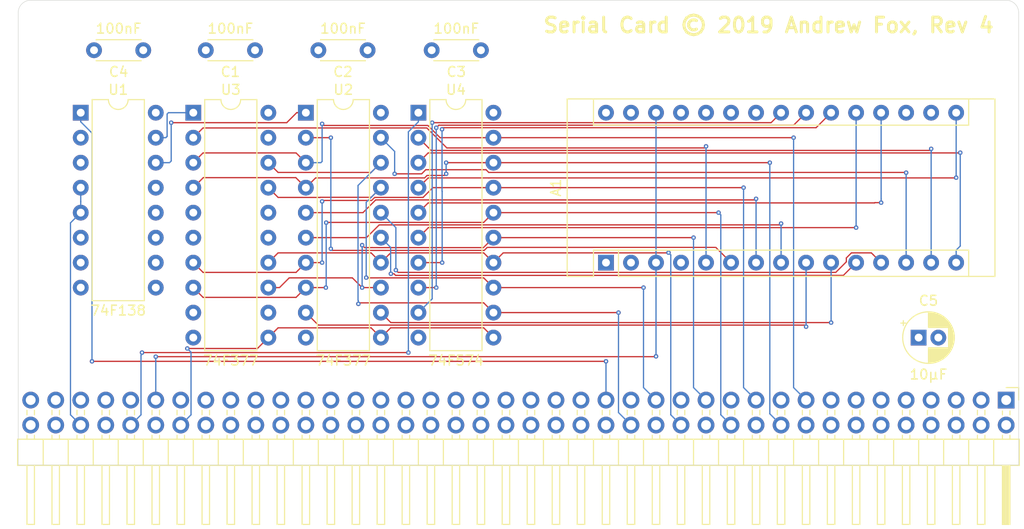
<source format=kicad_pcb>
(kicad_pcb (version 20171130) (host pcbnew "(5.1.0-0)")
  (title_block (title "Serial Card"))
  (layers (0 F.Cu signal) (1 In1.Cu power hide) (2 In2.Cu power hide) (31 B.Cu signal) (34 B.Paste user) (35 F.Paste user) (36 B.SilkS user) (37 F.SilkS user) (38 B.Mask user) (39 F.Mask user) (44 Edge.Cuts user))
  (net 0 "")
  (net 1 VCC)
  (net 2 GND)
  (net 3 "Net-(A1-Pad16)")
  (net 4 "Net-(A1-Pad15)")
  (net 5 "Net-(A1-Pad14)")
  (net 6 "Net-(A1-Pad13)")
  (net 7 "Net-(A1-Pad12)")
  (net 8 "Net-(A1-Pad11)")
  (net 9 "Net-(A1-Pad10)")
  (net 10 "Net-(A1-Pad9)")
  (net 11 "Net-(A1-Pad8)")
  (net 12 "Net-(A1-Pad23)")
  (net 13 "Net-(A1-Pad7)")
  (net 14 "Net-(A1-Pad22)")
  (net 15 "Net-(A1-Pad6)")
  (net 16 "Net-(A1-Pad21)")
  (net 17 "Net-(A1-Pad5)")
  (net 18 "Net-(A1-Pad20)")
  (net 19 "Net-(A1-Pad19)")
  (net 20 "Net-(U1-Pad15)")
  (net 21 "Net-(U1-Pad14)")
  (net 22 ~RST)
  (net 23 DataBus1)
  (net 24 ~PI)
  (net 25 ~PO)
  (net 26 AddressBus0)
  (net 27 DataBus6)
  (net 28 DataBus4)
  (net 29 DataBus2)
  (net 30 DataBus0)
  (net 31 RegisterClock)
  (net 32 DataBus7)
  (net 33 DataBus5)
  (net 34 DataBus3)
  (module Connector_PinHeader_2.54mm:PinHeader_2x40_P2.54mm_Horizontal (layer F.Cu) (at 163.83 130.81 270)
    (fp_text reference J1 hide)
    (fp_text value Conn)
    (pad 80 thru_hole oval (at 2.54 99.06 270) (size 1.7 1.7) (drill 1) (layers *.Cu *.Mask) (net 1 VCC))
    (pad 79 thru_hole oval (at 0 99.06 270) (size 1.7 1.7) (drill 1) (layers *.Cu *.Mask) (net 2 GND))
    (pad 78 thru_hole oval (at 2.54 96.52 270) (size 1.7 1.7) (drill 1) (layers *.Cu *.Mask) (net 2 GND))
    (pad 77 thru_hole oval (at 0 96.52 270) (size 1.7 1.7) (drill 1) (layers *.Cu *.Mask) (net 1 VCC))
    (pad 76 thru_hole oval (at 2.54 93.98 270) (size 1.7 1.7) (drill 1) (layers *.Cu *.Mask) (net 24 ~PI))
    (pad 75 thru_hole oval (at 0 93.98 270) (size 1.7 1.7) (drill 1) (layers *.Cu *.Mask) (net 2 GND))
    (pad 74 thru_hole oval (at 2.54 91.44 270) (size 1.7 1.7) (drill 1) (layers *.Cu *.Mask) (net 2 GND))
    (pad 73 thru_hole oval (at 0 91.44 270) (size 1.7 1.7) (drill 1) (layers *.Cu *.Mask) (net 1 VCC))
    (pad 72 thru_hole oval (at 2.54 88.9 270) (size 1.7 1.7) (drill 1) (layers *.Cu *.Mask) (net 25 ~PO))
    (pad 71 thru_hole oval (at 0 88.9 270) (size 1.7 1.7) (drill 1) (layers *.Cu *.Mask) (net 2 GND))
    (pad 70 thru_hole oval (at 2.54 86.36 270) (size 1.7 1.7) (drill 1) (layers *.Cu *.Mask) (net 2 GND))
    (pad 69 thru_hole oval (at 0 86.36 270) (size 1.7 1.7) (drill 1) (layers *.Cu *.Mask) (net 22 ~RST))
    (pad 68 thru_hole oval (at 2.54 83.82 270) (size 1.7 1.7) (drill 1) (layers *.Cu *.Mask) (net 31 RegisterClock))
    (pad 67 thru_hole oval (at 0 83.82 270) (size 1.7 1.7) (drill 1) (layers *.Cu *.Mask) (net 2 GND))
    (pad 66 thru_hole oval (at 2.54 81.28 270) (size 1.7 1.7) (drill 1) (layers *.Cu *.Mask) (net 2 GND))
    (pad 65 thru_hole oval (at 0 81.28 270) (size 1.7 1.7) (drill 1) (layers *.Cu *.Mask))
    (pad 64 thru_hole oval (at 2.54 78.74 270) (size 1.7 1.7) (drill 1) (layers *.Cu *.Mask))
    (pad 63 thru_hole oval (at 0 78.74 270) (size 1.7 1.7) (drill 1) (layers *.Cu *.Mask) (net 2 GND))
    (pad 62 thru_hole oval (at 2.54 76.2 270) (size 1.7 1.7) (drill 1) (layers *.Cu *.Mask) (net 2 GND))
    (pad 61 thru_hole oval (at 0 76.2 270) (size 1.7 1.7) (drill 1) (layers *.Cu *.Mask))
    (pad 60 thru_hole oval (at 2.54 73.66 270) (size 1.7 1.7) (drill 1) (layers *.Cu *.Mask))
    (pad 59 thru_hole oval (at 0 73.66 270) (size 1.7 1.7) (drill 1) (layers *.Cu *.Mask) (net 2 GND))
    (pad 58 thru_hole oval (at 2.54 71.12 270) (size 1.7 1.7) (drill 1) (layers *.Cu *.Mask) (net 2 GND))
    (pad 57 thru_hole oval (at 0 71.12 270) (size 1.7 1.7) (drill 1) (layers *.Cu *.Mask))
    (pad 56 thru_hole oval (at 2.54 68.58 270) (size 1.7 1.7) (drill 1) (layers *.Cu *.Mask))
    (pad 55 thru_hole oval (at 0 68.58 270) (size 1.7 1.7) (drill 1) (layers *.Cu *.Mask) (net 2 GND))
    (pad 54 thru_hole oval (at 2.54 66.04 270) (size 1.7 1.7) (drill 1) (layers *.Cu *.Mask) (net 2 GND))
    (pad 53 thru_hole oval (at 0 66.04 270) (size 1.7 1.7) (drill 1) (layers *.Cu *.Mask))
    (pad 52 thru_hole oval (at 2.54 63.5 270) (size 1.7 1.7) (drill 1) (layers *.Cu *.Mask))
    (pad 51 thru_hole oval (at 0 63.5 270) (size 1.7 1.7) (drill 1) (layers *.Cu *.Mask) (net 2 GND))
    (pad 50 thru_hole oval (at 2.54 60.96 270) (size 1.7 1.7) (drill 1) (layers *.Cu *.Mask) (net 2 GND))
    (pad 49 thru_hole oval (at 0 60.96 270) (size 1.7 1.7) (drill 1) (layers *.Cu *.Mask))
    (pad 48 thru_hole oval (at 2.54 58.42 270) (size 1.7 1.7) (drill 1) (layers *.Cu *.Mask))
    (pad 47 thru_hole oval (at 0 58.42 270) (size 1.7 1.7) (drill 1) (layers *.Cu *.Mask) (net 2 GND))
    (pad 46 thru_hole oval (at 2.54 55.88 270) (size 1.7 1.7) (drill 1) (layers *.Cu *.Mask) (net 2 GND))
    (pad 45 thru_hole oval (at 0 55.88 270) (size 1.7 1.7) (drill 1) (layers *.Cu *.Mask))
    (pad 44 thru_hole oval (at 2.54 53.34 270) (size 1.7 1.7) (drill 1) (layers *.Cu *.Mask))
    (pad 43 thru_hole oval (at 0 53.34 270) (size 1.7 1.7) (drill 1) (layers *.Cu *.Mask) (net 2 GND))
    (pad 42 thru_hole oval (at 2.54 50.8 270) (size 1.7 1.7) (drill 1) (layers *.Cu *.Mask) (net 2 GND))
    (pad 41 thru_hole oval (at 0 50.8 270) (size 1.7 1.7) (drill 1) (layers *.Cu *.Mask))
    (pad 40 thru_hole oval (at 2.54 48.26 270) (size 1.7 1.7) (drill 1) (layers *.Cu *.Mask))
    (pad 39 thru_hole oval (at 0 48.26 270) (size 1.7 1.7) (drill 1) (layers *.Cu *.Mask) (net 2 GND))
    (pad 38 thru_hole oval (at 2.54 45.72 270) (size 1.7 1.7) (drill 1) (layers *.Cu *.Mask) (net 2 GND))
    (pad 37 thru_hole oval (at 0 45.72 270) (size 1.7 1.7) (drill 1) (layers *.Cu *.Mask))
    (pad 36 thru_hole oval (at 2.54 43.18 270) (size 1.7 1.7) (drill 1) (layers *.Cu *.Mask))
    (pad 35 thru_hole oval (at 0 43.18 270) (size 1.7 1.7) (drill 1) (layers *.Cu *.Mask) (net 2 GND))
    (pad 34 thru_hole oval (at 2.54 40.64 270) (size 1.7 1.7) (drill 1) (layers *.Cu *.Mask) (net 2 GND))
    (pad 33 thru_hole oval (at 0 40.64 270) (size 1.7 1.7) (drill 1) (layers *.Cu *.Mask) (net 26 AddressBus0))
    (pad 32 thru_hole oval (at 2.54 38.1 270) (size 1.7 1.7) (drill 1) (layers *.Cu *.Mask) (net 32 DataBus7))
    (pad 31 thru_hole oval (at 0 38.1 270) (size 1.7 1.7) (drill 1) (layers *.Cu *.Mask) (net 2 GND))
    (pad 30 thru_hole oval (at 2.54 35.56 270) (size 1.7 1.7) (drill 1) (layers *.Cu *.Mask) (net 2 GND))
    (pad 29 thru_hole oval (at 0 35.56 270) (size 1.7 1.7) (drill 1) (layers *.Cu *.Mask) (net 27 DataBus6))
    (pad 28 thru_hole oval (at 2.54 33.02 270) (size 1.7 1.7) (drill 1) (layers *.Cu *.Mask) (net 33 DataBus5))
    (pad 27 thru_hole oval (at 0 33.02 270) (size 1.7 1.7) (drill 1) (layers *.Cu *.Mask) (net 2 GND))
    (pad 26 thru_hole oval (at 2.54 30.48 270) (size 1.7 1.7) (drill 1) (layers *.Cu *.Mask) (net 2 GND))
    (pad 25 thru_hole oval (at 0 30.48 270) (size 1.7 1.7) (drill 1) (layers *.Cu *.Mask) (net 28 DataBus4))
    (pad 24 thru_hole oval (at 2.54 27.94 270) (size 1.7 1.7) (drill 1) (layers *.Cu *.Mask) (net 34 DataBus3))
    (pad 23 thru_hole oval (at 0 27.94 270) (size 1.7 1.7) (drill 1) (layers *.Cu *.Mask) (net 2 GND))
    (pad 22 thru_hole oval (at 2.54 25.4 270) (size 1.7 1.7) (drill 1) (layers *.Cu *.Mask) (net 2 GND))
    (pad 21 thru_hole oval (at 0 25.4 270) (size 1.7 1.7) (drill 1) (layers *.Cu *.Mask) (net 29 DataBus2))
    (pad 20 thru_hole oval (at 2.54 22.86 270) (size 1.7 1.7) (drill 1) (layers *.Cu *.Mask) (net 23 DataBus1))
    (pad 19 thru_hole oval (at 0 22.86 270) (size 1.7 1.7) (drill 1) (layers *.Cu *.Mask) (net 2 GND))
    (pad 18 thru_hole oval (at 2.54 20.32 270) (size 1.7 1.7) (drill 1) (layers *.Cu *.Mask) (net 2 GND))
    (pad 17 thru_hole oval (at 0 20.32 270) (size 1.7 1.7) (drill 1) (layers *.Cu *.Mask) (net 30 DataBus0))
    (pad 16 thru_hole oval (at 2.54 17.78 270) (size 1.7 1.7) (drill 1) (layers *.Cu *.Mask) (net 1 VCC))
    (pad 15 thru_hole oval (at 0 17.78 270) (size 1.7 1.7) (drill 1) (layers *.Cu *.Mask) (net 2 GND))
    (pad 14 thru_hole oval (at 2.54 15.24 270) (size 1.7 1.7) (drill 1) (layers *.Cu *.Mask) (net 2 GND))
    (pad 13 thru_hole oval (at 0 15.24 270) (size 1.7 1.7) (drill 1) (layers *.Cu *.Mask) (net 1 VCC))
    (pad 12 thru_hole oval (at 2.54 12.7 270) (size 1.7 1.7) (drill 1) (layers *.Cu *.Mask) (net 1 VCC))
    (pad 11 thru_hole oval (at 0 12.7 270) (size 1.7 1.7) (drill 1) (layers *.Cu *.Mask) (net 2 GND))
    (pad 10 thru_hole oval (at 2.54 10.16 270) (size 1.7 1.7) (drill 1) (layers *.Cu *.Mask) (net 2 GND))
    (pad 9 thru_hole oval (at 0 10.16 270) (size 1.7 1.7) (drill 1) (layers *.Cu *.Mask) (net 1 VCC))
    (pad 8 thru_hole oval (at 2.54 7.62 270) (size 1.7 1.7) (drill 1) (layers *.Cu *.Mask) (net 1 VCC))
    (pad 7 thru_hole oval (at 0 7.62 270) (size 1.7 1.7) (drill 1) (layers *.Cu *.Mask) (net 2 GND))
    (pad 6 thru_hole oval (at 2.54 5.08 270) (size 1.7 1.7) (drill 1) (layers *.Cu *.Mask) (net 2 GND))
    (pad 5 thru_hole oval (at 0 5.08 270) (size 1.7 1.7) (drill 1) (layers *.Cu *.Mask) (net 1 VCC))
    (pad 4 thru_hole oval (at 2.54 2.54 270) (size 1.7 1.7) (drill 1) (layers *.Cu *.Mask) (net 1 VCC))
    (pad 3 thru_hole oval (at 0 2.54 270) (size 1.7 1.7) (drill 1) (layers *.Cu *.Mask) (net 2 GND))
    (pad 2 thru_hole oval (at 2.54 0 270) (size 1.7 1.7) (drill 1) (layers *.Cu *.Mask) (net 2 GND))
    (pad 1 thru_hole rect (at 0 0 270) (size 1.7 1.7) (drill 1) (layers *.Cu *.Mask) (net 1 VCC))
  )
  (module Package_DIP:DIP-20_W7.62mm (layer F.Cu) (at 104.14 101.6)
    (fp_text reference U4 (at 3.81 -2.33) (layer F.SilkS))
    (fp_text value 74F574 (at 3.81 25.19) (layer F.SilkS))
    (pad 20 thru_hole oval (at 7.62 0) (size 1.6 1.6) (drill 0.8) (layers *.Cu *.Mask) (net 1 VCC))
    (pad 10 thru_hole oval (at 0 22.86) (size 1.6 1.6) (drill 0.8) (layers *.Cu *.Mask) (net 2 GND))
    (pad 19 thru_hole oval (at 7.62 2.54) (size 1.6 1.6) (drill 0.8) (layers *.Cu *.Mask) (net 30 DataBus0))
    (pad 9 thru_hole oval (at 0 20.32) (size 1.6 1.6) (drill 0.8) (layers *.Cu *.Mask) (net 12 "Net-(A1-Pad23)"))
    (pad 18 thru_hole oval (at 7.62 5.08) (size 1.6 1.6) (drill 0.8) (layers *.Cu *.Mask) (net 23 DataBus1))
    (pad 8 thru_hole oval (at 0 17.78) (size 1.6 1.6) (drill 0.8) (layers *.Cu *.Mask) (net 14 "Net-(A1-Pad22)"))
    (pad 17 thru_hole oval (at 7.62 7.62) (size 1.6 1.6) (drill 0.8) (layers *.Cu *.Mask) (net 29 DataBus2))
    (pad 7 thru_hole oval (at 0 15.24) (size 1.6 1.6) (drill 0.8) (layers *.Cu *.Mask) (net 16 "Net-(A1-Pad21)"))
    (pad 16 thru_hole oval (at 7.62 10.16) (size 1.6 1.6) (drill 0.8) (layers *.Cu *.Mask) (net 34 DataBus3))
    (pad 6 thru_hole oval (at 0 12.7) (size 1.6 1.6) (drill 0.8) (layers *.Cu *.Mask) (net 18 "Net-(A1-Pad20)"))
    (pad 15 thru_hole oval (at 7.62 12.7) (size 1.6 1.6) (drill 0.8) (layers *.Cu *.Mask) (net 28 DataBus4))
    (pad 5 thru_hole oval (at 0 10.16) (size 1.6 1.6) (drill 0.8) (layers *.Cu *.Mask) (net 19 "Net-(A1-Pad19)"))
    (pad 14 thru_hole oval (at 7.62 15.24) (size 1.6 1.6) (drill 0.8) (layers *.Cu *.Mask) (net 33 DataBus5))
    (pad 4 thru_hole oval (at 0 7.62) (size 1.6 1.6) (drill 0.8) (layers *.Cu *.Mask) (net 3 "Net-(A1-Pad16)"))
    (pad 13 thru_hole oval (at 7.62 17.78) (size 1.6 1.6) (drill 0.8) (layers *.Cu *.Mask) (net 27 DataBus6))
    (pad 3 thru_hole oval (at 0 5.08) (size 1.6 1.6) (drill 0.8) (layers *.Cu *.Mask) (net 4 "Net-(A1-Pad15)"))
    (pad 12 thru_hole oval (at 7.62 20.32) (size 1.6 1.6) (drill 0.8) (layers *.Cu *.Mask) (net 32 DataBus7))
    (pad 2 thru_hole oval (at 0 2.54) (size 1.6 1.6) (drill 0.8) (layers *.Cu *.Mask) (net 5 "Net-(A1-Pad14)"))
    (pad 11 thru_hole oval (at 7.62 22.86) (size 1.6 1.6) (drill 0.8) (layers *.Cu *.Mask) (net 31 RegisterClock))
    (pad 1 thru_hole rect (at 0 0) (size 1.6 1.6) (drill 0.8) (layers *.Cu *.Mask) (net 25 ~PO))
  )
  (module Package_DIP:DIP-20_W7.62mm (layer F.Cu) (at 81.28 101.6)
    (fp_text reference U3 (at 3.81 -2.33) (layer F.SilkS))
    (fp_text value 74F377 (at 3.81 25.19) (layer F.SilkS))
    (pad 20 thru_hole oval (at 7.62 0) (size 1.6 1.6) (drill 0.8) (layers *.Cu *.Mask) (net 1 VCC))
    (pad 10 thru_hole oval (at 0 22.86) (size 1.6 1.6) (drill 0.8) (layers *.Cu *.Mask) (net 2 GND))
    (pad 19 thru_hole oval (at 7.62 2.54) (size 1.6 1.6) (drill 0.8) (layers *.Cu *.Mask))
    (pad 9 thru_hole oval (at 0 20.32) (size 1.6 1.6) (drill 0.8) (layers *.Cu *.Mask))
    (pad 18 thru_hole oval (at 7.62 5.08) (size 1.6 1.6) (drill 0.8) (layers *.Cu *.Mask) (net 32 DataBus7))
    (pad 8 thru_hole oval (at 0 17.78) (size 1.6 1.6) (drill 0.8) (layers *.Cu *.Mask) (net 34 DataBus3))
    (pad 17 thru_hole oval (at 7.62 7.62) (size 1.6 1.6) (drill 0.8) (layers *.Cu *.Mask) (net 27 DataBus6))
    (pad 7 thru_hole oval (at 0 15.24) (size 1.6 1.6) (drill 0.8) (layers *.Cu *.Mask) (net 29 DataBus2))
    (pad 16 thru_hole oval (at 7.62 10.16) (size 1.6 1.6) (drill 0.8) (layers *.Cu *.Mask))
    (pad 6 thru_hole oval (at 0 12.7) (size 1.6 1.6) (drill 0.8) (layers *.Cu *.Mask))
    (pad 15 thru_hole oval (at 7.62 12.7) (size 1.6 1.6) (drill 0.8) (layers *.Cu *.Mask))
    (pad 5 thru_hole oval (at 0 10.16) (size 1.6 1.6) (drill 0.8) (layers *.Cu *.Mask))
    (pad 14 thru_hole oval (at 7.62 15.24) (size 1.6 1.6) (drill 0.8) (layers *.Cu *.Mask) (net 33 DataBus5))
    (pad 4 thru_hole oval (at 0 7.62) (size 1.6 1.6) (drill 0.8) (layers *.Cu *.Mask) (net 23 DataBus1))
    (pad 13 thru_hole oval (at 7.62 17.78) (size 1.6 1.6) (drill 0.8) (layers *.Cu *.Mask) (net 28 DataBus4))
    (pad 3 thru_hole oval (at 0 5.08) (size 1.6 1.6) (drill 0.8) (layers *.Cu *.Mask) (net 30 DataBus0))
    (pad 12 thru_hole oval (at 7.62 20.32) (size 1.6 1.6) (drill 0.8) (layers *.Cu *.Mask))
    (pad 2 thru_hole oval (at 0 2.54) (size 1.6 1.6) (drill 0.8) (layers *.Cu *.Mask) (net 17 "Net-(A1-Pad5)"))
    (pad 11 thru_hole oval (at 7.62 22.86) (size 1.6 1.6) (drill 0.8) (layers *.Cu *.Mask) (net 31 RegisterClock))
    (pad 1 thru_hole rect (at 0 0) (size 1.6 1.6) (drill 0.8) (layers *.Cu *.Mask) (net 20 "Net-(U1-Pad15)"))
  )
  (module Package_DIP:DIP-20_W7.62mm (layer F.Cu) (at 92.71 101.6)
    (fp_text reference U2 (at 3.81 -2.33) (layer F.SilkS))
    (fp_text value 74F377 (at 3.81 25.19) (layer F.SilkS))
    (pad 20 thru_hole oval (at 7.62 0) (size 1.6 1.6) (drill 0.8) (layers *.Cu *.Mask) (net 1 VCC))
    (pad 10 thru_hole oval (at 0 22.86) (size 1.6 1.6) (drill 0.8) (layers *.Cu *.Mask) (net 2 GND))
    (pad 19 thru_hole oval (at 7.62 2.54) (size 1.6 1.6) (drill 0.8) (layers *.Cu *.Mask) (net 6 "Net-(A1-Pad13)"))
    (pad 9 thru_hole oval (at 0 20.32) (size 1.6 1.6) (drill 0.8) (layers *.Cu *.Mask) (net 10 "Net-(A1-Pad9)"))
    (pad 18 thru_hole oval (at 7.62 5.08) (size 1.6 1.6) (drill 0.8) (layers *.Cu *.Mask) (net 32 DataBus7))
    (pad 8 thru_hole oval (at 0 17.78) (size 1.6 1.6) (drill 0.8) (layers *.Cu *.Mask) (net 34 DataBus3))
    (pad 17 thru_hole oval (at 7.62 7.62) (size 1.6 1.6) (drill 0.8) (layers *.Cu *.Mask) (net 27 DataBus6))
    (pad 7 thru_hole oval (at 0 15.24) (size 1.6 1.6) (drill 0.8) (layers *.Cu *.Mask) (net 29 DataBus2))
    (pad 16 thru_hole oval (at 7.62 10.16) (size 1.6 1.6) (drill 0.8) (layers *.Cu *.Mask) (net 7 "Net-(A1-Pad12)"))
    (pad 6 thru_hole oval (at 0 12.7) (size 1.6 1.6) (drill 0.8) (layers *.Cu *.Mask) (net 11 "Net-(A1-Pad8)"))
    (pad 15 thru_hole oval (at 7.62 12.7) (size 1.6 1.6) (drill 0.8) (layers *.Cu *.Mask) (net 8 "Net-(A1-Pad11)"))
    (pad 5 thru_hole oval (at 0 10.16) (size 1.6 1.6) (drill 0.8) (layers *.Cu *.Mask) (net 13 "Net-(A1-Pad7)"))
    (pad 14 thru_hole oval (at 7.62 15.24) (size 1.6 1.6) (drill 0.8) (layers *.Cu *.Mask) (net 33 DataBus5))
    (pad 4 thru_hole oval (at 0 7.62) (size 1.6 1.6) (drill 0.8) (layers *.Cu *.Mask) (net 23 DataBus1))
    (pad 13 thru_hole oval (at 7.62 17.78) (size 1.6 1.6) (drill 0.8) (layers *.Cu *.Mask) (net 28 DataBus4))
    (pad 3 thru_hole oval (at 0 5.08) (size 1.6 1.6) (drill 0.8) (layers *.Cu *.Mask) (net 30 DataBus0))
    (pad 12 thru_hole oval (at 7.62 20.32) (size 1.6 1.6) (drill 0.8) (layers *.Cu *.Mask) (net 9 "Net-(A1-Pad10)"))
    (pad 2 thru_hole oval (at 0 2.54) (size 1.6 1.6) (drill 0.8) (layers *.Cu *.Mask) (net 15 "Net-(A1-Pad6)"))
    (pad 11 thru_hole oval (at 7.62 22.86) (size 1.6 1.6) (drill 0.8) (layers *.Cu *.Mask) (net 31 RegisterClock))
    (pad 1 thru_hole rect (at 0 0) (size 1.6 1.6) (drill 0.8) (layers *.Cu *.Mask) (net 21 "Net-(U1-Pad14)"))
  )
  (module Package_DIP:DIP-16_W7.62mm (layer F.Cu) (at 69.85 101.6)
    (fp_text reference U1 (at 3.81 -2.33) (layer F.SilkS))
    (fp_text value 74F138 (at 3.81 20.11) (layer F.SilkS))
    (pad 16 thru_hole oval (at 7.62 0) (size 1.6 1.6) (drill 0.8) (layers *.Cu *.Mask) (net 1 VCC))
    (pad 8 thru_hole oval (at 0 17.78) (size 1.6 1.6) (drill 0.8) (layers *.Cu *.Mask) (net 2 GND))
    (pad 15 thru_hole oval (at 7.62 2.54) (size 1.6 1.6) (drill 0.8) (layers *.Cu *.Mask) (net 20 "Net-(U1-Pad15)"))
    (pad 7 thru_hole oval (at 0 15.24) (size 1.6 1.6) (drill 0.8) (layers *.Cu *.Mask))
    (pad 14 thru_hole oval (at 7.62 5.08) (size 1.6 1.6) (drill 0.8) (layers *.Cu *.Mask) (net 21 "Net-(U1-Pad14)"))
    (pad 6 thru_hole oval (at 0 12.7) (size 1.6 1.6) (drill 0.8) (layers *.Cu *.Mask) (net 1 VCC))
    (pad 13 thru_hole oval (at 7.62 7.62) (size 1.6 1.6) (drill 0.8) (layers *.Cu *.Mask))
    (pad 5 thru_hole oval (at 0 10.16) (size 1.6 1.6) (drill 0.8) (layers *.Cu *.Mask) (net 24 ~PI))
    (pad 12 thru_hole oval (at 7.62 10.16) (size 1.6 1.6) (drill 0.8) (layers *.Cu *.Mask))
    (pad 4 thru_hole oval (at 0 7.62) (size 1.6 1.6) (drill 0.8) (layers *.Cu *.Mask) (net 24 ~PI))
    (pad 11 thru_hole oval (at 7.62 12.7) (size 1.6 1.6) (drill 0.8) (layers *.Cu *.Mask))
    (pad 3 thru_hole oval (at 0 5.08) (size 1.6 1.6) (drill 0.8) (layers *.Cu *.Mask) (net 2 GND))
    (pad 10 thru_hole oval (at 7.62 15.24) (size 1.6 1.6) (drill 0.8) (layers *.Cu *.Mask))
    (pad 2 thru_hole oval (at 0 2.54) (size 1.6 1.6) (drill 0.8) (layers *.Cu *.Mask) (net 2 GND))
    (pad 9 thru_hole oval (at 7.62 17.78) (size 1.6 1.6) (drill 0.8) (layers *.Cu *.Mask))
    (pad 1 thru_hole rect (at 0 0) (size 1.6 1.6) (drill 0.8) (layers *.Cu *.Mask) (net 26 AddressBus0))
  )
  (module Capacitor_THT:CP_Radial_D5.0mm_P2.00mm (layer F.Cu) (at 154.94 124.46)
    (fp_text reference C5 (at 1 -3.75) (layer F.SilkS))
    (fp_text value 10µF (at 1 3.75) (layer F.SilkS))
    (pad 2 thru_hole circle (at 2 0) (size 1.6 1.6) (drill 0.8) (layers *.Cu *.Mask) (net 2 GND))
    (pad 1 thru_hole rect (at 0 0) (size 1.6 1.6) (drill 0.8) (layers *.Cu *.Mask) (net 1 VCC))
  )
  (module Capacitor_THT:C_Disc_D4.3mm_W1.9mm_P5.00mm (layer F.Cu) (at 76.2 95.25 180)
    (fp_text reference C4 (at 2.5 -2.2 180) (layer F.SilkS))
    (fp_text value 100nF (at 2.5 2.2 180) (layer F.SilkS))
    (pad 2 thru_hole circle (at 5 0 180) (size 1.6 1.6) (drill 0.8) (layers *.Cu *.Mask) (net 2 GND))
    (pad 1 thru_hole circle (at 0 0 180) (size 1.6 1.6) (drill 0.8) (layers *.Cu *.Mask) (net 1 VCC))
  )
  (module Capacitor_THT:C_Disc_D4.3mm_W1.9mm_P5.00mm (layer F.Cu) (at 110.49 95.25 180)
    (fp_text reference C3 (at 2.5 -2.2 180) (layer F.SilkS))
    (fp_text value 100nF (at 2.5 2.2 180) (layer F.SilkS))
    (pad 2 thru_hole circle (at 5 0 180) (size 1.6 1.6) (drill 0.8) (layers *.Cu *.Mask) (net 2 GND))
    (pad 1 thru_hole circle (at 0 0 180) (size 1.6 1.6) (drill 0.8) (layers *.Cu *.Mask) (net 1 VCC))
  )
  (module Capacitor_THT:C_Disc_D4.3mm_W1.9mm_P5.00mm (layer F.Cu) (at 98.98 95.25 180)
    (fp_text reference C2 (at 2.5 -2.2 180) (layer F.SilkS))
    (fp_text value 100nF (at 2.5 2.2 180) (layer F.SilkS))
    (pad 2 thru_hole circle (at 5 0 180) (size 1.6 1.6) (drill 0.8) (layers *.Cu *.Mask) (net 2 GND))
    (pad 1 thru_hole circle (at 0 0 180) (size 1.6 1.6) (drill 0.8) (layers *.Cu *.Mask) (net 1 VCC))
  )
  (module Capacitor_THT:C_Disc_D4.3mm_W1.9mm_P5.00mm (layer F.Cu) (at 87.55 95.25 180)
    (fp_text reference C1 (at 2.5 -2.2 180) (layer F.SilkS))
    (fp_text value 100nF (at 2.5 2.2 180) (layer F.SilkS))
    (pad 2 thru_hole circle (at 5 0 180) (size 1.6 1.6) (drill 0.8) (layers *.Cu *.Mask) (net 2 GND))
    (pad 1 thru_hole circle (at 0 0 180) (size 1.6 1.6) (drill 0.8) (layers *.Cu *.Mask) (net 1 VCC))
  )
  (module Module:Arduino_Nano (layer F.Cu) (at 123.19 116.84 90)
    (fp_text reference A1 (at 7.62 -5.08 90) (layer F.SilkS))
    (fp_text value Arduino_Nano_v3.x)
    (pad 16 thru_hole oval (at 15.24 35.56 90) (size 1.6 1.6) (drill 0.8) (layers *.Cu *.Mask) (net 3 "Net-(A1-Pad16)"))
    (pad 15 thru_hole oval (at 0 35.56 90) (size 1.6 1.6) (drill 0.8) (layers *.Cu *.Mask) (net 4 "Net-(A1-Pad15)"))
    (pad 30 thru_hole oval (at 15.24 0 90) (size 1.6 1.6) (drill 0.8) (layers *.Cu *.Mask))
    (pad 14 thru_hole oval (at 0 33.02 90) (size 1.6 1.6) (drill 0.8) (layers *.Cu *.Mask) (net 5 "Net-(A1-Pad14)"))
    (pad 29 thru_hole oval (at 15.24 2.54 90) (size 1.6 1.6) (drill 0.8) (layers *.Cu *.Mask) (net 2 GND))
    (pad 13 thru_hole oval (at 0 30.48 90) (size 1.6 1.6) (drill 0.8) (layers *.Cu *.Mask) (net 6 "Net-(A1-Pad13)"))
    (pad 28 thru_hole oval (at 15.24 5.08 90) (size 1.6 1.6) (drill 0.8) (layers *.Cu *.Mask) (net 22 ~RST))
    (pad 12 thru_hole oval (at 0 27.94 90) (size 1.6 1.6) (drill 0.8) (layers *.Cu *.Mask) (net 7 "Net-(A1-Pad12)"))
    (pad 27 thru_hole oval (at 15.24 7.62 90) (size 1.6 1.6) (drill 0.8) (layers *.Cu *.Mask))
    (pad 11 thru_hole oval (at 0 25.4 90) (size 1.6 1.6) (drill 0.8) (layers *.Cu *.Mask) (net 8 "Net-(A1-Pad11)"))
    (pad 26 thru_hole oval (at 15.24 10.16 90) (size 1.6 1.6) (drill 0.8) (layers *.Cu *.Mask))
    (pad 10 thru_hole oval (at 0 22.86 90) (size 1.6 1.6) (drill 0.8) (layers *.Cu *.Mask) (net 9 "Net-(A1-Pad10)"))
    (pad 25 thru_hole oval (at 15.24 12.7 90) (size 1.6 1.6) (drill 0.8) (layers *.Cu *.Mask))
    (pad 9 thru_hole oval (at 0 20.32 90) (size 1.6 1.6) (drill 0.8) (layers *.Cu *.Mask) (net 10 "Net-(A1-Pad9)"))
    (pad 24 thru_hole oval (at 15.24 15.24 90) (size 1.6 1.6) (drill 0.8) (layers *.Cu *.Mask))
    (pad 8 thru_hole oval (at 0 17.78 90) (size 1.6 1.6) (drill 0.8) (layers *.Cu *.Mask) (net 11 "Net-(A1-Pad8)"))
    (pad 23 thru_hole oval (at 15.24 17.78 90) (size 1.6 1.6) (drill 0.8) (layers *.Cu *.Mask) (net 12 "Net-(A1-Pad23)"))
    (pad 7 thru_hole oval (at 0 15.24 90) (size 1.6 1.6) (drill 0.8) (layers *.Cu *.Mask) (net 13 "Net-(A1-Pad7)"))
    (pad 22 thru_hole oval (at 15.24 20.32 90) (size 1.6 1.6) (drill 0.8) (layers *.Cu *.Mask) (net 14 "Net-(A1-Pad22)"))
    (pad 6 thru_hole oval (at 0 12.7 90) (size 1.6 1.6) (drill 0.8) (layers *.Cu *.Mask) (net 15 "Net-(A1-Pad6)"))
    (pad 21 thru_hole oval (at 15.24 22.86 90) (size 1.6 1.6) (drill 0.8) (layers *.Cu *.Mask) (net 16 "Net-(A1-Pad21)"))
    (pad 5 thru_hole oval (at 0 10.16 90) (size 1.6 1.6) (drill 0.8) (layers *.Cu *.Mask) (net 17 "Net-(A1-Pad5)"))
    (pad 20 thru_hole oval (at 15.24 25.4 90) (size 1.6 1.6) (drill 0.8) (layers *.Cu *.Mask) (net 18 "Net-(A1-Pad20)"))
    (pad 4 thru_hole oval (at 0 7.62 90) (size 1.6 1.6) (drill 0.8) (layers *.Cu *.Mask) (net 2 GND))
    (pad 19 thru_hole oval (at 15.24 27.94 90) (size 1.6 1.6) (drill 0.8) (layers *.Cu *.Mask) (net 19 "Net-(A1-Pad19)"))
    (pad 3 thru_hole oval (at 0 5.08 90) (size 1.6 1.6) (drill 0.8) (layers *.Cu *.Mask) (net 22 ~RST))
    (pad 18 thru_hole oval (at 15.24 30.48 90) (size 1.6 1.6) (drill 0.8) (layers *.Cu *.Mask))
    (pad 2 thru_hole oval (at 0 2.54 90) (size 1.6 1.6) (drill 0.8) (layers *.Cu *.Mask))
    (pad 17 thru_hole oval (at 15.24 33.02 90) (size 1.6 1.6) (drill 0.8) (layers *.Cu *.Mask))
    (pad 1 thru_hole rect (at 0 0 90) (size 1.6 1.6) (drill 0.8) (layers *.Cu *.Mask))
  )
  (gr_arc (start 163.83 91.44) (end 165.1 91.44) (angle -90) (layer Edge.Cuts) (width 0.05))
  (gr_arc (start 64.77 91.44) (end 64.77 90.17) (angle -90) (layer Edge.Cuts) (width 0.05))
  (gr_line (start 63.5 91.44) (end 63.5 137.414) (layer Edge.Cuts) (width 0.05))
  (gr_line (start 163.83 90.17) (end 64.77 90.17) (layer Edge.Cuts) (width 0.05))
  (gr_line (start 165.1 137.414) (end 165.1 91.44) (layer Edge.Cuts) (width 0.05))
  (gr_text "Serial Card © 2019 Andrew Fox, Rev 4" (at 139.7 92.71) (layer F.SilkS) (effects (font (size 1.5 1.5) (thickness 0.3))))
  (gr_line (start 63.5 137.414) (end 165.1 137.414) (layer Edge.Cuts) (width 0.05))
  (segment (start 105.130501 108.229499) (end 111.284559 108.229499) (width 0.127) (layer F.Cu) (net 3))
  (segment (start 104.14 109.22) (end 105.130501 108.229499) (width 0.127) (layer F.Cu) (net 3))
  (via (at 158.75 108.204) (size 0.45) (drill 0.2) (layers F.Cu B.Cu) (net 3))
  (segment (start 158.724501 108.229499) (end 158.75 108.204) (width 0.127) (layer F.Cu) (net 3))
  (segment (start 111.284559 108.229499) (end 158.724501 108.229499) (width 0.127) (layer F.Cu) (net 3))
  (segment (start 158.75 108.204) (end 158.75 101.6) (width 0.127) (layer B.Cu) (net 3))
  (segment (start 105.130501 105.689499) (end 111.284559 105.689499) (width 0.127) (layer F.Cu) (net 4))
  (segment (start 104.14 106.68) (end 105.130501 105.689499) (width 0.127) (layer F.Cu) (net 4))
  (via (at 159.1655 105.664) (size 0.45) (drill 0.2) (layers F.Cu B.Cu) (net 4))
  (segment (start 159.140001 105.689499) (end 159.1655 105.664) (width 0.127) (layer F.Cu) (net 4))
  (segment (start 111.284559 105.689499) (end 159.140001 105.689499) (width 0.127) (layer F.Cu) (net 4))
  (segment (start 159.1655 105.664) (end 159.1655 115.1545) (width 0.127) (layer B.Cu) (net 4))
  (segment (start 158.75 115.57) (end 158.75 116.84) (width 0.127) (layer B.Cu) (net 4))
  (segment (start 159.1655 115.1545) (end 158.75 115.57) (width 0.127) (layer B.Cu) (net 4))
  (segment (start 104.14 104.14) (end 105.156 105.156) (width 0.127) (layer F.Cu) (net 5))
  (via (at 156.21 105.273999) (size 0.45) (drill 0.2) (layers F.Cu B.Cu) (net 5))
  (segment (start 156.04851 105.435489) (end 156.21 105.273999) (width 0.127) (layer F.Cu) (net 5))
  (segment (start 105.435489 105.435489) (end 156.04851 105.435489) (width 0.127) (layer F.Cu) (net 5))
  (segment (start 105.156 105.156) (end 105.435489 105.435489) (width 0.127) (layer F.Cu) (net 5))
  (segment (start 156.21 105.273999) (end 156.21 105.664) (width 0.127) (layer B.Cu) (net 5))
  (segment (start 156.21 105.664) (end 156.21 116.84) (width 0.127) (layer B.Cu) (net 5))
  (segment (start 156.21 105.156) (end 156.21 105.664) (width 0.127) (layer B.Cu) (net 5))
  (via (at 101.727 107.813999) (size 0.45) (drill 0.2) (layers F.Cu B.Cu) (net 6))
  (segment (start 101.727 105.537) (end 101.727 107.813999) (width 0.127) (layer B.Cu) (net 6))
  (segment (start 100.33 104.14) (end 101.727 105.537) (width 0.127) (layer B.Cu) (net 6))
  (via (at 153.67 107.696) (size 0.45) (drill 0.2) (layers F.Cu B.Cu) (net 6))
  (segment (start 153.67 107.696) (end 153.67 116.84) (width 0.127) (layer B.Cu) (net 6))
  (segment (start 104.471943 107.813999) (end 101.727 107.813999) (width 0.127) (layer F.Cu) (net 6))
  (segment (start 111.012556 107.398498) (end 104.887444 107.398498) (width 0.127) (layer F.Cu) (net 6))
  (segment (start 111.284559 107.670501) (end 111.012556 107.398498) (width 0.127) (layer F.Cu) (net 6))
  (segment (start 104.887444 107.398498) (end 104.471943 107.813999) (width 0.127) (layer F.Cu) (net 6))
  (segment (start 153.644501 107.670501) (end 111.284559 107.670501) (width 0.127) (layer F.Cu) (net 6))
  (segment (start 153.67 107.696) (end 153.644501 107.670501) (width 0.127) (layer F.Cu) (net 6))
  (via (at 101.854 117.602) (size 0.45) (drill 0.2) (layers F.Cu B.Cu) (net 7))
  (segment (start 101.854 113.284) (end 101.854 117.602) (width 0.127) (layer B.Cu) (net 7))
  (segment (start 100.33 111.76) (end 101.854 113.284) (width 0.127) (layer B.Cu) (net 7))
  (segment (start 148.114559 115.849499) (end 150.139499 115.849499) (width 0.127) (layer F.Cu) (net 7))
  (segment (start 150.139499 115.849499) (end 150.330001 116.040001) (width 0.127) (layer F.Cu) (net 7))
  (segment (start 147.599499 116.364559) (end 148.114559 115.849499) (width 0.127) (layer F.Cu) (net 7))
  (segment (start 150.330001 116.040001) (end 151.13 116.84) (width 0.127) (layer F.Cu) (net 7))
  (segment (start 147.599499 116.756443) (end 147.599499 116.364559) (width 0.127) (layer F.Cu) (net 7))
  (segment (start 146.525441 117.830501) (end 147.599499 116.756443) (width 0.127) (layer F.Cu) (net 7))
  (segment (start 102.082501 117.830501) (end 146.525441 117.830501) (width 0.127) (layer F.Cu) (net 7))
  (segment (start 101.854 117.602) (end 102.082501 117.830501) (width 0.127) (layer F.Cu) (net 7))
  (via (at 101.346 117.973999) (size 0.45) (drill 0.2) (layers F.Cu B.Cu) (net 8))
  (segment (start 101.320501 117.9485) (end 101.346 117.973999) (width 0.127) (layer B.Cu) (net 8))
  (segment (start 101.320501 115.290501) (end 101.320501 117.9485) (width 0.127) (layer B.Cu) (net 8))
  (segment (start 100.33 114.3) (end 101.320501 115.290501) (width 0.127) (layer B.Cu) (net 8))
  (segment (start 101.664198 117.973999) (end 101.825688 118.135489) (width 0.127) (layer F.Cu) (net 8))
  (segment (start 101.346 117.973999) (end 101.664198 117.973999) (width 0.127) (layer F.Cu) (net 8))
  (segment (start 147.294511 118.135489) (end 148.59 116.84) (width 0.127) (layer F.Cu) (net 8))
  (segment (start 101.825688 118.135489) (end 147.294511 118.135489) (width 0.127) (layer F.Cu) (net 8))
  (via (at 146.05 122.936) (size 0.45) (drill 0.2) (layers F.Cu B.Cu) (net 9))
  (segment (start 101.346 122.936) (end 146.05 122.936) (width 0.127) (layer F.Cu) (net 9))
  (segment (start 100.33 121.92) (end 101.346 122.936) (width 0.127) (layer F.Cu) (net 9))
  (segment (start 146.05 122.936) (end 146.05 116.84) (width 0.127) (layer B.Cu) (net 9))
  (segment (start 143.34851 123.19001) (end 143.51 123.3515) (width 0.127) (layer F.Cu) (net 10))
  (via (at 143.51 123.3515) (size 0.45) (drill 0.2) (layers F.Cu B.Cu) (net 10))
  (segment (start 93.98001 123.19001) (end 143.34851 123.19001) (width 0.127) (layer F.Cu) (net 10))
  (segment (start 92.71 121.92) (end 93.98001 123.19001) (width 0.127) (layer F.Cu) (net 10))
  (segment (start 143.51 123.3515) (end 143.51 116.84) (width 0.127) (layer B.Cu) (net 10))
  (via (at 140.97 112.8685) (size 0.45) (drill 0.2) (layers F.Cu B.Cu) (net 11))
  (segment (start 140.833989 113.004511) (end 140.97 112.8685) (width 0.127) (layer F.Cu) (net 11))
  (segment (start 100.159547 113.004511) (end 140.833989 113.004511) (width 0.127) (layer F.Cu) (net 11))
  (segment (start 98.864058 114.3) (end 100.159547 113.004511) (width 0.127) (layer F.Cu) (net 11))
  (segment (start 92.71 114.3) (end 98.864058 114.3) (width 0.127) (layer F.Cu) (net 11))
  (segment (start 140.97 112.8685) (end 140.97 116.84) (width 0.127) (layer B.Cu) (net 11))
  (segment (start 140.97 101.6) (end 139.954 102.616) (width 0.127) (layer F.Cu) (net 12))
  (via (at 105.537 102.616) (size 0.45) (drill 0.2) (layers F.Cu B.Cu) (net 12))
  (segment (start 139.954 102.616) (end 105.537 102.616) (width 0.127) (layer F.Cu) (net 12))
  (segment (start 105.537 120.523) (end 104.14 121.92) (width 0.127) (layer B.Cu) (net 12))
  (segment (start 105.537 102.616) (end 105.537 120.523) (width 0.127) (layer B.Cu) (net 12))
  (segment (start 98.508448 111.76) (end 99.498949 110.769499) (width 0.127) (layer F.Cu) (net 13))
  (segment (start 92.71 111.76) (end 98.508448 111.76) (width 0.127) (layer F.Cu) (net 13))
  (segment (start 99.498949 110.769499) (end 99.803937 110.464511) (width 0.127) (layer F.Cu) (net 13))
  (via (at 138.43 110.353999) (size 0.45) (drill 0.2) (layers F.Cu B.Cu) (net 13))
  (segment (start 138.319488 110.464511) (end 138.43 110.353999) (width 0.127) (layer F.Cu) (net 13))
  (segment (start 99.803937 110.464511) (end 138.319488 110.464511) (width 0.127) (layer F.Cu) (net 13))
  (segment (start 138.43 110.353999) (end 138.43 116.84) (width 0.127) (layer B.Cu) (net 13))
  (segment (start 143.51 101.6) (end 142.24 102.87) (width 0.127) (layer F.Cu) (net 14))
  (via (at 105.9525 103.132086) (size 0.45) (drill 0.2) (layers F.Cu B.Cu) (net 14))
  (segment (start 106.214586 102.87) (end 105.9525 103.132086) (width 0.127) (layer F.Cu) (net 14))
  (segment (start 142.24 102.87) (end 106.214586 102.87) (width 0.127) (layer F.Cu) (net 14))
  (via (at 105.9525 119.38) (size 0.45) (drill 0.2) (layers F.Cu B.Cu) (net 14))
  (segment (start 105.9525 103.132086) (end 105.9525 119.38) (width 0.127) (layer B.Cu) (net 14))
  (segment (start 105.9525 119.38) (end 104.14 119.38) (width 0.127) (layer F.Cu) (net 14))
  (via (at 95.25 115.433999) (size 0.45) (drill 0.2) (layers F.Cu B.Cu) (net 15))
  (via (at 95.25 104.14) (size 0.45) (drill 0.2) (layers F.Cu B.Cu) (net 15))
  (segment (start 95.25 115.433999) (end 95.25 104.14) (width 0.127) (layer B.Cu) (net 15))
  (segment (start 95.25 104.14) (end 92.71 104.14) (width 0.127) (layer F.Cu) (net 15))
  (segment (start 134.340501 115.290501) (end 135.89 116.84) (width 0.127) (layer F.Cu) (net 15))
  (segment (start 110.823735 115.595489) (end 111.128723 115.290501) (width 0.127) (layer F.Cu) (net 15))
  (segment (start 95.41149 115.595489) (end 110.823735 115.595489) (width 0.127) (layer F.Cu) (net 15))
  (segment (start 111.128723 115.290501) (end 134.340501 115.290501) (width 0.127) (layer F.Cu) (net 15))
  (segment (start 95.25 115.433999) (end 95.41149 115.595489) (width 0.127) (layer F.Cu) (net 15))
  (segment (start 146.05 101.6) (end 144.526 103.124) (width 0.127) (layer F.Cu) (net 16))
  (via (at 106.540639 103.2855) (size 0.45) (drill 0.2) (layers F.Cu B.Cu) (net 16))
  (segment (start 106.702139 103.124) (end 106.540639 103.2855) (width 0.127) (layer F.Cu) (net 16))
  (segment (start 144.526 103.124) (end 106.702139 103.124) (width 0.127) (layer F.Cu) (net 16))
  (segment (start 106.540639 103.2855) (end 106.540639 109.588639) (width 0.127) (layer B.Cu) (net 16))
  (via (at 106.553 116.84) (size 0.45) (drill 0.2) (layers F.Cu B.Cu) (net 16))
  (segment (start 106.553 109.601) (end 106.553 116.84) (width 0.127) (layer B.Cu) (net 16))
  (segment (start 106.540639 109.588639) (end 106.553 109.601) (width 0.127) (layer B.Cu) (net 16))
  (segment (start 106.553 116.84) (end 104.14 116.84) (width 0.127) (layer F.Cu) (net 16))
  (via (at 133.35 105.019989) (size 0.45) (drill 0.2) (layers F.Cu B.Cu) (net 17))
  (segment (start 133.35 105.019989) (end 133.35 116.84) (width 0.127) (layer B.Cu) (net 17))
  (segment (start 82.270501 103.149499) (end 81.28 104.14) (width 0.127) (layer F.Cu) (net 17))
  (segment (start 104.995747 103.149499) (end 82.270501 103.149499) (width 0.127) (layer F.Cu) (net 17))
  (segment (start 107.027727 105.181479) (end 104.995747 103.149499) (width 0.127) (layer F.Cu) (net 17))
  (segment (start 133.18851 105.181479) (end 107.027727 105.181479) (width 0.127) (layer F.Cu) (net 17))
  (segment (start 133.35 105.019989) (end 133.18851 105.181479) (width 0.127) (layer F.Cu) (net 17))
  (via (at 148.59 113.284) (size 0.45) (drill 0.2) (layers F.Cu B.Cu) (net 18))
  (segment (start 105.156 113.284) (end 148.59 113.284) (width 0.127) (layer F.Cu) (net 18))
  (segment (start 104.14 114.3) (end 105.156 113.284) (width 0.127) (layer F.Cu) (net 18))
  (segment (start 148.59 113.284) (end 148.59 101.6) (width 0.127) (layer B.Cu) (net 18))
  (segment (start 151.13 101.6) (end 151.13 110.363) (width 0.127) (layer B.Cu) (net 19))
  (segment (start 105.130501 110.769499) (end 150.469501 110.769499) (width 0.127) (layer F.Cu) (net 19))
  (segment (start 104.14 111.76) (end 105.130501 110.769499) (width 0.127) (layer F.Cu) (net 19))
  (via (at 151.13 110.744) (size 0.45) (drill 0.2) (layers F.Cu B.Cu) (net 19))
  (segment (start 151.13 110.363) (end 151.13 110.744) (width 0.127) (layer B.Cu) (net 19))
  (segment (start 150.495 110.744) (end 150.469501 110.769499) (width 0.127) (layer F.Cu) (net 19))
  (segment (start 151.13 110.744) (end 150.495 110.744) (width 0.127) (layer F.Cu) (net 19))
  (segment (start 78.486 104.14) (end 77.47 104.14) (width 0.127) (layer B.Cu) (net 20))
  (segment (start 78.622003 104.003997) (end 78.5495 104.0765) (width 0.127) (layer B.Cu) (net 20))
  (segment (start 78.5495 104.0765) (end 78.613 104.013) (width 0.127) (layer B.Cu) (net 20))
  (segment (start 78.486 104.14) (end 78.5495 104.0765) (width 0.127) (layer B.Cu) (net 20))
  (segment (start 81.28 101.6) (end 78.758006 101.6) (width 0.127) (layer B.Cu) (net 20))
  (segment (start 78.622003 101.736003) (end 78.622003 104.003997) (width 0.127) (layer B.Cu) (net 20))
  (segment (start 78.758006 101.6) (end 78.622003 101.736003) (width 0.127) (layer B.Cu) (net 20))
  (via (at 79.037503 102.616) (size 0.45) (drill 0.2) (layers F.Cu B.Cu) (net 21))
  (segment (start 91.783 101.6) (end 90.767 102.616) (width 0.127) (layer F.Cu) (net 21))
  (segment (start 90.767 102.616) (end 79.037503 102.616) (width 0.127) (layer F.Cu) (net 21))
  (segment (start 92.71 101.6) (end 91.783 101.6) (width 0.127) (layer F.Cu) (net 21))
  (segment (start 79.037503 102.616) (end 79.037503 106.509497) (width 0.127) (layer B.Cu) (net 21))
  (segment (start 78.867 106.68) (end 77.47 106.68) (width 0.127) (layer B.Cu) (net 21))
  (segment (start 79.037503 106.509497) (end 78.867 106.68) (width 0.127) (layer B.Cu) (net 21))
  (segment (start 128.27 101.6) (end 128.27 116.84) (width 0.127) (layer B.Cu) (net 22))
  (via (at 77.47 126.3995) (size 0.45) (drill 0.2) (layers F.Cu B.Cu) (net 22))
  (segment (start 77.47 130.81) (end 77.47 126.3995) (width 0.127) (layer B.Cu) (net 22))
  (via (at 128.27 126.365) (size 0.45) (drill 0.2) (layers F.Cu B.Cu) (net 22))
  (segment (start 128.2355 126.3995) (end 128.27 126.365) (width 0.127) (layer F.Cu) (net 22))
  (segment (start 77.47 126.3995) (end 128.2355 126.3995) (width 0.127) (layer F.Cu) (net 22))
  (segment (start 128.27 126.365) (end 128.27 116.84) (width 0.127) (layer B.Cu) (net 22))
  (segment (start 104.771277 108.229499) (end 93.700501 108.229499) (width 0.127) (layer F.Cu) (net 23))
  (segment (start 93.700501 108.229499) (end 92.71 109.22) (width 0.127) (layer F.Cu) (net 23))
  (segment (start 105.025287 107.975489) (end 104.771277 108.229499) (width 0.127) (layer F.Cu) (net 23))
  (segment (start 91.910001 108.420001) (end 92.71 109.22) (width 0.127) (layer F.Cu) (net 23))
  (segment (start 91.694 108.204) (end 91.910001 108.420001) (width 0.127) (layer F.Cu) (net 23))
  (segment (start 82.296 108.204) (end 91.694 108.204) (width 0.127) (layer F.Cu) (net 23))
  (segment (start 81.28 109.22) (end 82.296 108.204) (width 0.127) (layer F.Cu) (net 23))
  (via (at 106.956139 106.68) (size 0.45) (drill 0.2) (layers F.Cu B.Cu) (net 23))
  (segment (start 111.76 106.68) (end 106.956139 106.68) (width 0.127) (layer F.Cu) (net 23))
  (via (at 106.959489 107.813999) (size 0.45) (drill 0.2) (layers F.Cu B.Cu) (net 23))
  (segment (start 106.956139 107.810649) (end 106.959489 107.813999) (width 0.127) (layer B.Cu) (net 23))
  (segment (start 106.956139 106.68) (end 106.956139 107.810649) (width 0.127) (layer B.Cu) (net 23))
  (segment (start 106.959489 107.813999) (end 106.943001 107.813999) (width 0.127) (layer F.Cu) (net 23))
  (segment (start 106.943001 107.813999) (end 106.781511 107.975489) (width 0.127) (layer F.Cu) (net 23))
  (segment (start 106.781511 107.975489) (end 105.025287 107.975489) (width 0.127) (layer F.Cu) (net 23))
  (via (at 139.827 106.68) (size 0.45) (drill 0.2) (layers F.Cu B.Cu) (net 23))
  (segment (start 111.76 106.68) (end 139.827 106.68) (width 0.127) (layer F.Cu) (net 23))
  (segment (start 139.827 132.207) (end 140.97 133.35) (width 0.127) (layer B.Cu) (net 23))
  (segment (start 139.827 106.68) (end 139.827 132.207) (width 0.127) (layer B.Cu) (net 23))
  (segment (start 69.050001 112.559999) (end 69.85 111.76) (width 0.127) (layer B.Cu) (net 24))
  (segment (start 68.809499 112.800501) (end 69.050001 112.559999) (width 0.127) (layer B.Cu) (net 24))
  (segment (start 68.809499 132.309499) (end 68.809499 112.800501) (width 0.127) (layer B.Cu) (net 24))
  (segment (start 69.85 133.35) (end 68.809499 132.309499) (width 0.127) (layer B.Cu) (net 24))
  (segment (start 69.85 110.62863) (end 69.85 109.22) (width 0.127) (layer B.Cu) (net 24))
  (segment (start 69.85 111.76) (end 69.85 110.62863) (width 0.127) (layer B.Cu) (net 24))
  (via (at 103.124 125.984) (size 0.45) (drill 0.2) (layers F.Cu B.Cu) (net 25))
  (segment (start 103.124 103.543) (end 103.124 125.984) (width 0.127) (layer B.Cu) (net 25))
  (segment (start 104.14 102.527) (end 103.124 103.543) (width 0.127) (layer B.Cu) (net 25))
  (segment (start 104.14 101.6) (end 104.14 102.527) (width 0.127) (layer B.Cu) (net 25))
  (via (at 76.073 125.984) (size 0.45) (drill 0.2) (layers F.Cu B.Cu) (net 25))
  (segment (start 103.124 125.984) (end 76.073 125.984) (width 0.127) (layer F.Cu) (net 25))
  (segment (start 75.970501 132.309499) (end 75.970501 126.262501) (width 0.127) (layer B.Cu) (net 25))
  (segment (start 74.93 133.35) (end 75.970501 132.309499) (width 0.127) (layer B.Cu) (net 25))
  (segment (start 76.073 126.160002) (end 76.073 125.984) (width 0.127) (layer B.Cu) (net 25))
  (segment (start 75.970501 126.262501) (end 76.073 126.160002) (width 0.127) (layer B.Cu) (net 25))
  (via (at 70.993 126.873) (size 0.45) (drill 0.2) (layers F.Cu B.Cu) (net 26))
  (segment (start 69.85 102.527) (end 70.993 103.67) (width 0.127) (layer B.Cu) (net 26))
  (segment (start 70.993 103.67) (end 70.993 126.873) (width 0.127) (layer B.Cu) (net 26))
  (segment (start 69.85 101.6) (end 69.85 102.527) (width 0.127) (layer B.Cu) (net 26))
  (via (at 123.19 126.873) (size 0.45) (drill 0.2) (layers F.Cu B.Cu) (net 26))
  (segment (start 70.993 126.873) (end 123.19 126.873) (width 0.127) (layer F.Cu) (net 26))
  (segment (start 123.19 126.873) (end 123.19 130.81) (width 0.127) (layer B.Cu) (net 26))
  (segment (start 110.769499 118.389499) (end 98.865999 118.389499) (width 0.127) (layer F.Cu) (net 27))
  (via (at 98.8405 118.364) (size 0.45) (drill 0.2) (layers F.Cu B.Cu) (net 27))
  (segment (start 98.865999 118.389499) (end 98.8405 118.364) (width 0.127) (layer F.Cu) (net 27))
  (segment (start 111.76 119.38) (end 110.769499 118.389499) (width 0.127) (layer F.Cu) (net 27))
  (segment (start 98.8405 110.7095) (end 100.33 109.22) (width 0.127) (layer B.Cu) (net 27))
  (segment (start 98.8405 118.364) (end 98.8405 110.7095) (width 0.127) (layer B.Cu) (net 27))
  (segment (start 99.348501 110.201499) (end 100.33 109.22) (width 0.127) (layer F.Cu) (net 27))
  (segment (start 94.161559 110.201499) (end 99.348501 110.201499) (width 0.127) (layer F.Cu) (net 27))
  (segment (start 94.152557 110.210501) (end 94.161559 110.201499) (width 0.127) (layer F.Cu) (net 27))
  (segment (start 89.890501 110.210501) (end 94.152557 110.210501) (width 0.127) (layer F.Cu) (net 27))
  (segment (start 88.9 109.22) (end 89.890501 110.210501) (width 0.127) (layer F.Cu) (net 27))
  (via (at 127 119.38) (size 0.45) (drill 0.2) (layers F.Cu B.Cu) (net 27))
  (segment (start 111.76 119.38) (end 127 119.38) (width 0.127) (layer F.Cu) (net 27))
  (segment (start 127 129.54) (end 128.27 130.81) (width 0.127) (layer B.Cu) (net 27))
  (segment (start 127 119.38) (end 127 129.54) (width 0.127) (layer B.Cu) (net 27))
  (segment (start 111.76 114.3) (end 110.744 115.316) (width 0.127) (layer F.Cu) (net 28))
  (via (at 98.425 119.38) (size 0.45) (drill 0.2) (layers F.Cu B.Cu) (net 28))
  (segment (start 98.425 119.38) (end 100.33 119.38) (width 0.127) (layer F.Cu) (net 28))
  (segment (start 98.200001 119.155001) (end 98.425 119.38) (width 0.127) (layer F.Cu) (net 28))
  (segment (start 97.434499 118.389499) (end 98.200001 119.155001) (width 0.127) (layer F.Cu) (net 28))
  (segment (start 91.021871 118.389499) (end 97.434499 118.389499) (width 0.127) (layer F.Cu) (net 28))
  (segment (start 90.03137 119.38) (end 91.021871 118.389499) (width 0.127) (layer F.Cu) (net 28))
  (segment (start 88.9 119.38) (end 90.03137 119.38) (width 0.127) (layer F.Cu) (net 28))
  (segment (start 98.679 115.316) (end 98.425 115.062) (width 0.127) (layer F.Cu) (net 28))
  (via (at 98.425 115.062) (size 0.45) (drill 0.2) (layers F.Cu B.Cu) (net 28))
  (segment (start 99.441 115.316) (end 98.679 115.316) (width 0.127) (layer F.Cu) (net 28))
  (segment (start 110.744 115.316) (end 99.441 115.316) (width 0.127) (layer F.Cu) (net 28))
  (segment (start 98.425 115.062) (end 98.425 115.697) (width 0.127) (layer B.Cu) (net 28))
  (segment (start 98.425 115.697) (end 98.425 119.38) (width 0.127) (layer B.Cu) (net 28))
  (segment (start 98.425 115.316) (end 98.425 115.697) (width 0.127) (layer B.Cu) (net 28))
  (via (at 132.08 114.3) (size 0.45) (drill 0.2) (layers F.Cu B.Cu) (net 28))
  (segment (start 111.76 114.3) (end 132.08 114.3) (width 0.127) (layer F.Cu) (net 28))
  (segment (start 132.08 129.54) (end 133.35 130.81) (width 0.127) (layer B.Cu) (net 28))
  (segment (start 132.08 114.3) (end 132.08 129.54) (width 0.127) (layer B.Cu) (net 28))
  (via (at 94.361 116.84) (size 0.45) (drill 0.2) (layers F.Cu B.Cu) (net 29))
  (segment (start 94.361 116.84) (end 92.71 116.84) (width 0.127) (layer F.Cu) (net 29))
  (via (at 94.361 110.617) (size 0.45) (drill 0.2) (layers F.Cu B.Cu) (net 29))
  (segment (start 94.361 110.617) (end 94.361 116.84) (width 0.127) (layer B.Cu) (net 29))
  (segment (start 91.910001 117.639999) (end 92.71 116.84) (width 0.127) (layer F.Cu) (net 29))
  (segment (start 91.719499 117.830501) (end 91.910001 117.639999) (width 0.127) (layer F.Cu) (net 29))
  (segment (start 82.270501 117.830501) (end 91.719499 117.830501) (width 0.127) (layer F.Cu) (net 29))
  (segment (start 81.28 116.84) (end 82.270501 117.830501) (width 0.127) (layer F.Cu) (net 29))
  (segment (start 94.462511 110.515489) (end 94.361 110.617) (width 0.127) (layer F.Cu) (net 29))
  (segment (start 99.393735 110.515489) (end 94.462511 110.515489) (width 0.127) (layer F.Cu) (net 29))
  (segment (start 99.698723 110.210501) (end 99.393735 110.515489) (width 0.127) (layer F.Cu) (net 29))
  (segment (start 104.615441 110.210501) (end 99.698723 110.210501) (width 0.127) (layer F.Cu) (net 29))
  (segment (start 105.605942 109.22) (end 104.615441 110.210501) (width 0.127) (layer F.Cu) (net 29))
  (segment (start 111.76 109.22) (end 105.605942 109.22) (width 0.127) (layer F.Cu) (net 29))
  (via (at 137.16 109.22) (size 0.45) (drill 0.2) (layers F.Cu B.Cu) (net 29))
  (segment (start 111.76 109.22) (end 137.16 109.22) (width 0.127) (layer F.Cu) (net 29))
  (segment (start 137.16 129.54) (end 138.43 130.81) (width 0.127) (layer B.Cu) (net 29))
  (segment (start 137.16 109.22) (end 137.16 129.54) (width 0.127) (layer B.Cu) (net 29))
  (segment (start 111.76 104.14) (end 106.345472 104.14) (width 0.127) (layer F.Cu) (net 30))
  (segment (start 106.345472 104.14) (end 105.306236 103.100764) (width 0.127) (layer F.Cu) (net 30))
  (segment (start 105.306236 103.100764) (end 105.100961 102.895489) (width 0.127) (layer F.Cu) (net 30))
  (via (at 94.361 102.733999) (size 0.45) (drill 0.2) (layers F.Cu B.Cu) (net 30))
  (segment (start 94.52249 102.895489) (end 94.361 102.733999) (width 0.127) (layer F.Cu) (net 30))
  (segment (start 105.100961 102.895489) (end 94.52249 102.895489) (width 0.127) (layer F.Cu) (net 30))
  (segment (start 94.234 106.68) (end 92.71 106.68) (width 0.127) (layer B.Cu) (net 30))
  (segment (start 94.361 106.553) (end 94.234 106.68) (width 0.127) (layer B.Cu) (net 30))
  (segment (start 94.361 102.733999) (end 94.361 106.553) (width 0.127) (layer B.Cu) (net 30))
  (segment (start 91.719499 105.689499) (end 91.910001 105.880001) (width 0.127) (layer F.Cu) (net 30))
  (segment (start 82.270501 105.689499) (end 91.719499 105.689499) (width 0.127) (layer F.Cu) (net 30))
  (segment (start 91.910001 105.880001) (end 92.71 106.68) (width 0.127) (layer F.Cu) (net 30))
  (segment (start 81.28 106.68) (end 82.270501 105.689499) (width 0.127) (layer F.Cu) (net 30))
  (via (at 142.24 104.14) (size 0.45) (drill 0.2) (layers F.Cu B.Cu) (net 30))
  (segment (start 111.76 104.14) (end 142.24 104.14) (width 0.127) (layer F.Cu) (net 30))
  (segment (start 142.24 129.54) (end 143.51 130.81) (width 0.127) (layer B.Cu) (net 30))
  (segment (start 142.24 104.14) (end 142.24 129.54) (width 0.127) (layer B.Cu) (net 30))
  (segment (start 101.129999 123.660001) (end 100.33 124.46) (width 0.127) (layer F.Cu) (net 31))
  (segment (start 101.320501 123.469499) (end 101.129999 123.660001) (width 0.127) (layer F.Cu) (net 31))
  (segment (start 110.769499 123.469499) (end 101.320501 123.469499) (width 0.127) (layer F.Cu) (net 31))
  (segment (start 111.76 124.46) (end 110.769499 123.469499) (width 0.127) (layer F.Cu) (net 31))
  (segment (start 89.699999 123.660001) (end 88.9 124.46) (width 0.127) (layer F.Cu) (net 31))
  (segment (start 89.890501 123.469499) (end 89.699999 123.660001) (width 0.127) (layer F.Cu) (net 31))
  (segment (start 99.339499 123.469499) (end 89.890501 123.469499) (width 0.127) (layer F.Cu) (net 31))
  (segment (start 100.33 124.46) (end 99.339499 123.469499) (width 0.127) (layer F.Cu) (net 31))
  (via (at 80.674573 125.5685) (size 0.45) (drill 0.2) (layers F.Cu B.Cu) (net 31))
  (segment (start 87.7915 125.5685) (end 80.674573 125.5685) (width 0.127) (layer F.Cu) (net 31))
  (segment (start 88.9 124.46) (end 87.7915 125.5685) (width 0.127) (layer F.Cu) (net 31))
  (segment (start 80.859999 132.500001) (end 80.01 133.35) (width 0.127) (layer B.Cu) (net 31))
  (segment (start 81.050501 132.309499) (end 80.859999 132.500001) (width 0.127) (layer B.Cu) (net 31))
  (segment (start 81.050501 125.944428) (end 81.050501 132.309499) (width 0.127) (layer B.Cu) (net 31))
  (segment (start 80.674573 125.5685) (end 81.050501 125.944428) (width 0.127) (layer B.Cu) (net 31))
  (via (at 98.044 121.031) (size 0.45) (drill 0.2) (layers F.Cu B.Cu) (net 32))
  (segment (start 98.145501 120.929499) (end 98.044 121.031) (width 0.127) (layer F.Cu) (net 32))
  (segment (start 110.769499 120.929499) (end 98.145501 120.929499) (width 0.127) (layer F.Cu) (net 32))
  (segment (start 111.76 121.92) (end 110.769499 120.929499) (width 0.127) (layer F.Cu) (net 32))
  (segment (start 99.530001 107.479999) (end 100.33 106.68) (width 0.127) (layer B.Cu) (net 32))
  (segment (start 98.009499 109.000501) (end 99.530001 107.479999) (width 0.127) (layer B.Cu) (net 32))
  (segment (start 98.009499 120.678301) (end 98.009499 109.000501) (width 0.127) (layer B.Cu) (net 32))
  (segment (start 98.044 120.712802) (end 98.009499 120.678301) (width 0.127) (layer B.Cu) (net 32))
  (segment (start 98.044 121.031) (end 98.044 120.712802) (width 0.127) (layer B.Cu) (net 32))
  (segment (start 99.339499 107.670501) (end 99.530001 107.479999) (width 0.127) (layer F.Cu) (net 32))
  (segment (start 99.530001 107.479999) (end 100.33 106.68) (width 0.127) (layer F.Cu) (net 32))
  (segment (start 89.890501 107.670501) (end 99.339499 107.670501) (width 0.127) (layer F.Cu) (net 32))
  (segment (start 88.9 106.68) (end 89.890501 107.670501) (width 0.127) (layer F.Cu) (net 32))
  (via (at 124.46 121.92) (size 0.45) (drill 0.2) (layers F.Cu B.Cu) (net 32))
  (segment (start 111.76 121.92) (end 124.46 121.92) (width 0.127) (layer F.Cu) (net 32))
  (segment (start 124.46 132.08) (end 125.73 133.35) (width 0.127) (layer B.Cu) (net 32))
  (segment (start 124.46 121.92) (end 124.46 132.08) (width 0.127) (layer B.Cu) (net 32))
  (segment (start 101.129999 116.040001) (end 100.33 116.84) (width 0.127) (layer F.Cu) (net 33))
  (segment (start 101.320501 115.849499) (end 101.129999 116.040001) (width 0.127) (layer F.Cu) (net 33))
  (segment (start 110.769499 115.849499) (end 101.320501 115.849499) (width 0.127) (layer F.Cu) (net 33))
  (segment (start 111.76 116.84) (end 110.769499 115.849499) (width 0.127) (layer F.Cu) (net 33))
  (segment (start 99.339499 115.849499) (end 89.890501 115.849499) (width 0.127) (layer F.Cu) (net 33))
  (segment (start 89.699999 116.040001) (end 88.9 116.84) (width 0.127) (layer F.Cu) (net 33))
  (segment (start 89.890501 115.849499) (end 89.699999 116.040001) (width 0.127) (layer F.Cu) (net 33))
  (segment (start 100.33 116.84) (end 99.339499 115.849499) (width 0.127) (layer F.Cu) (net 33))
  (via (at 129.54 115.824) (size 0.45) (drill 0.2) (layers F.Cu B.Cu) (net 33))
  (segment (start 129.514501 115.849499) (end 129.54 115.824) (width 0.127) (layer F.Cu) (net 33))
  (segment (start 112.750501 115.849499) (end 129.514501 115.849499) (width 0.127) (layer F.Cu) (net 33))
  (segment (start 111.76 116.84) (end 112.750501 115.849499) (width 0.127) (layer F.Cu) (net 33))
  (segment (start 129.960001 132.500001) (end 130.81 133.35) (width 0.127) (layer B.Cu) (net 33))
  (segment (start 129.769499 116.053499) (end 129.769499 132.309499) (width 0.127) (layer B.Cu) (net 33))
  (segment (start 129.769499 132.309499) (end 129.960001 132.500001) (width 0.127) (layer B.Cu) (net 33))
  (segment (start 129.54 115.824) (end 129.769499 116.053499) (width 0.127) (layer B.Cu) (net 33))
  (segment (start 110.769499 112.750501) (end 100.805441 112.750501) (width 0.127) (layer F.Cu) (net 34))
  (segment (start 111.76 111.76) (end 110.769499 112.750501) (width 0.127) (layer F.Cu) (net 34))
  (via (at 94.7765 112.776) (size 0.45) (drill 0.2) (layers F.Cu B.Cu) (net 34))
  (segment (start 94.801999 112.750501) (end 94.7765 112.776) (width 0.127) (layer F.Cu) (net 34))
  (segment (start 100.805441 112.750501) (end 94.801999 112.750501) (width 0.127) (layer F.Cu) (net 34))
  (via (at 94.742 119.38) (size 0.45) (drill 0.2) (layers F.Cu B.Cu) (net 34))
  (segment (start 94.7765 119.3455) (end 94.742 119.38) (width 0.127) (layer B.Cu) (net 34))
  (segment (start 94.7765 112.776) (end 94.7765 119.3455) (width 0.127) (layer B.Cu) (net 34))
  (segment (start 94.742 119.38) (end 92.71 119.38) (width 0.127) (layer F.Cu) (net 34))
  (segment (start 91.910001 120.179999) (end 92.71 119.38) (width 0.127) (layer F.Cu) (net 34))
  (segment (start 91.719499 120.370501) (end 91.910001 120.179999) (width 0.127) (layer F.Cu) (net 34))
  (segment (start 82.270501 120.370501) (end 91.719499 120.370501) (width 0.127) (layer F.Cu) (net 34))
  (segment (start 81.28 119.38) (end 82.270501 120.370501) (width 0.127) (layer F.Cu) (net 34))
  (via (at 134.62 111.76) (size 0.45) (drill 0.2) (layers F.Cu B.Cu) (net 34))
  (segment (start 111.76 111.76) (end 134.62 111.76) (width 0.127) (layer F.Cu) (net 34))
  (segment (start 134.849499 132.309499) (end 135.040001 132.500001) (width 0.127) (layer B.Cu) (net 34))
  (segment (start 134.849499 111.989499) (end 134.849499 132.309499) (width 0.127) (layer B.Cu) (net 34))
  (segment (start 135.040001 132.500001) (end 135.89 133.35) (width 0.127) (layer B.Cu) (net 34))
  (segment (start 134.62 111.76) (end 134.849499 111.989499) (width 0.127) (layer B.Cu) (net 34))
)
</source>
